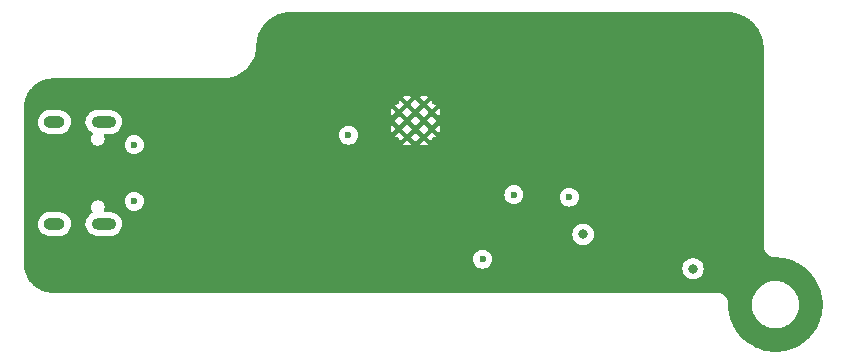
<source format=gbr>
%TF.GenerationSoftware,KiCad,Pcbnew,7.0.7*%
%TF.CreationDate,2023-08-31T19:54:10+02:00*%
%TF.ProjectId,ESPxRF,45535078-5246-42e6-9b69-6361645f7063,rev?*%
%TF.SameCoordinates,Original*%
%TF.FileFunction,Copper,L3,Inr*%
%TF.FilePolarity,Positive*%
%FSLAX46Y46*%
G04 Gerber Fmt 4.6, Leading zero omitted, Abs format (unit mm)*
G04 Created by KiCad (PCBNEW 7.0.7) date 2023-08-31 19:54:10*
%MOMM*%
%LPD*%
G01*
G04 APERTURE LIST*
%TA.AperFunction,ComponentPad*%
%ADD10C,0.400000*%
%TD*%
%TA.AperFunction,ComponentPad*%
%ADD11O,2.100000X1.000000*%
%TD*%
%TA.AperFunction,ComponentPad*%
%ADD12O,1.800000X1.000000*%
%TD*%
%TA.AperFunction,ViaPad*%
%ADD13C,0.600000*%
%TD*%
%TA.AperFunction,ViaPad*%
%ADD14C,0.800000*%
%TD*%
G04 APERTURE END LIST*
D10*
%TO.N,GND*%
%TO.C,U4*%
X119465000Y-67720000D03*
X118065000Y-67720000D03*
X120865000Y-67720000D03*
X118065000Y-69120000D03*
X119465000Y-69120000D03*
X120865000Y-69120000D03*
X118765000Y-67020000D03*
X120165000Y-67020000D03*
X118765000Y-68420000D03*
X120165000Y-68420000D03*
X118765000Y-69820000D03*
X120165000Y-69820000D03*
%TD*%
D11*
%TO.N,unconnected-(J1-SHIELD-PadS1)*%
%TO.C,J1*%
X93080000Y-68540000D03*
D12*
X88900000Y-68540000D03*
D11*
X93080000Y-77180000D03*
D12*
X88900000Y-77180000D03*
%TD*%
D13*
%TO.N,CSN*%
X125150000Y-80150000D03*
X113800000Y-69650000D03*
%TO.N,+3V3*%
X127800000Y-74700000D03*
X132500000Y-74900000D03*
D14*
X133665000Y-78060001D03*
X142965000Y-80960000D03*
%TO.N,GND*%
X109765000Y-69535000D03*
X133800000Y-65000000D03*
X140696250Y-65912500D03*
X94800000Y-69400000D03*
X143096250Y-67112500D03*
X133800000Y-69000000D03*
D13*
X98765000Y-73410000D03*
D14*
X133800000Y-63000000D03*
X131800000Y-61000000D03*
X138465000Y-73860000D03*
D13*
X133965001Y-74960000D03*
D14*
X133965000Y-73860000D03*
X125150000Y-62650000D03*
X144100000Y-61426250D03*
X147200000Y-69200000D03*
X127650000Y-72650000D03*
D13*
X140365000Y-77060000D03*
D14*
X135100000Y-79500000D03*
X133800000Y-67000000D03*
X125100000Y-70150000D03*
X131800000Y-65000000D03*
X88900000Y-74500000D03*
X135800000Y-65000000D03*
X137800000Y-69000000D03*
X95650000Y-76900000D03*
X146765000Y-73560000D03*
X137800000Y-67000000D03*
X102870000Y-67310000D03*
X137800000Y-65000000D03*
X122650000Y-65150000D03*
X135800000Y-67000000D03*
X133800000Y-71000000D03*
D13*
X139527500Y-77060000D03*
D14*
X131800000Y-67000000D03*
X120915000Y-60760000D03*
X106365000Y-69572500D03*
X135000000Y-61426250D03*
X122650000Y-62650000D03*
X122650000Y-67650000D03*
X105065000Y-69460000D03*
X145200000Y-71200000D03*
X137565000Y-79060000D03*
X125100000Y-65150000D03*
D13*
X138765000Y-77060000D03*
D14*
X133665001Y-76260000D03*
X124815000Y-60760000D03*
X145200000Y-67200000D03*
X99265000Y-69472500D03*
X127650000Y-67650000D03*
X106900000Y-62300000D03*
X107965000Y-69535000D03*
X133800000Y-61000000D03*
X147200000Y-65200000D03*
X147200000Y-67200000D03*
X127650000Y-65150000D03*
X146465000Y-77960000D03*
X127650000Y-70150000D03*
X122650000Y-70150000D03*
X147665000Y-76460000D03*
X122650000Y-72650000D03*
X125150000Y-72650000D03*
X147200000Y-61200000D03*
X147665000Y-74660001D03*
X131800000Y-63000000D03*
X135800000Y-71000000D03*
X147200000Y-63200000D03*
X125150000Y-67650000D03*
X131800000Y-69000000D03*
X128215000Y-60760000D03*
X117215000Y-60760000D03*
X88900000Y-71200000D03*
X131800000Y-71000000D03*
X135800000Y-69000000D03*
X115600000Y-74600000D03*
X88900000Y-72850000D03*
X145200000Y-65200000D03*
X145200000Y-63200000D03*
X137800000Y-71000000D03*
X147200000Y-71200000D03*
X145200000Y-61200000D03*
X145200000Y-69200000D03*
X143065000Y-77560000D03*
X143200000Y-65200000D03*
X127650000Y-62650000D03*
X113915000Y-60760000D03*
D13*
%TO.N,Net-(F1-Pad1)*%
X95665000Y-75260000D03*
X95665000Y-70460000D03*
%TD*%
%TA.AperFunction,Conductor*%
%TO.N,GND*%
G36*
X145951619Y-59250584D02*
G01*
X146083628Y-59257503D01*
X146267027Y-59267803D01*
X146273212Y-59268465D01*
X146425647Y-59292608D01*
X146588194Y-59320226D01*
X146593811Y-59321453D01*
X146746693Y-59362418D01*
X146839122Y-59389046D01*
X146901724Y-59407082D01*
X146906759Y-59408769D01*
X147056183Y-59466127D01*
X147204007Y-59527358D01*
X147208412Y-59529388D01*
X147274180Y-59562899D01*
X147351921Y-59602511D01*
X147427428Y-59644241D01*
X147491480Y-59679641D01*
X147495215Y-59681882D01*
X147569487Y-59730115D01*
X147630872Y-59769980D01*
X147680894Y-59805472D01*
X147760764Y-59862142D01*
X147763886Y-59864510D01*
X147888748Y-59965621D01*
X147891034Y-59967567D01*
X148008721Y-60072738D01*
X148011248Y-60075128D01*
X148124870Y-60188750D01*
X148127260Y-60191277D01*
X148232431Y-60308964D01*
X148234385Y-60311260D01*
X148335480Y-60436102D01*
X148337862Y-60439243D01*
X148430019Y-60569127D01*
X148483758Y-60651875D01*
X148518106Y-60704767D01*
X148520364Y-60708531D01*
X148597488Y-60848078D01*
X148670604Y-60991575D01*
X148672643Y-60995997D01*
X148733877Y-61143829D01*
X148791221Y-61293217D01*
X148792916Y-61298273D01*
X148837579Y-61453297D01*
X148878541Y-61606171D01*
X148879778Y-61611835D01*
X148907394Y-61774369D01*
X148931530Y-61926758D01*
X148932196Y-61932985D01*
X148942509Y-62116617D01*
X148949415Y-62248377D01*
X148949500Y-62251623D01*
X148949500Y-78932902D01*
X148944926Y-78948479D01*
X148949201Y-78991888D01*
X148949500Y-78997968D01*
X148949500Y-79087536D01*
X148960628Y-79150646D01*
X148959311Y-79162448D01*
X148966343Y-79185629D01*
X148968072Y-79192866D01*
X148979899Y-79259940D01*
X149008162Y-79337592D01*
X149008991Y-79350639D01*
X149017128Y-79365862D01*
X149024292Y-79381905D01*
X149039776Y-79424448D01*
X149039777Y-79424449D01*
X149088578Y-79508974D01*
X149092055Y-79523309D01*
X149101792Y-79535173D01*
X149113326Y-79551838D01*
X149127307Y-79576053D01*
X149130414Y-79580491D01*
X149130038Y-79580754D01*
X149139371Y-79594560D01*
X149141254Y-79598082D01*
X149159702Y-79614661D01*
X149198914Y-79661393D01*
X149205484Y-79676406D01*
X149215928Y-79684977D01*
X149232254Y-79701126D01*
X149239837Y-79710163D01*
X149248872Y-79717744D01*
X149265020Y-79734070D01*
X149269146Y-79739098D01*
X149288606Y-79751085D01*
X149335337Y-79790297D01*
X149345234Y-79805172D01*
X149355438Y-79810627D01*
X149369245Y-79819961D01*
X149369509Y-79819586D01*
X149373945Y-79822692D01*
X149398163Y-79836675D01*
X149414824Y-79848206D01*
X149421770Y-79853906D01*
X149441025Y-79861421D01*
X149525547Y-79910221D01*
X149525551Y-79910222D01*
X149525555Y-79910225D01*
X149568103Y-79925711D01*
X149584143Y-79932874D01*
X149594334Y-79938321D01*
X149612407Y-79941836D01*
X149690062Y-79970101D01*
X149757145Y-79981929D01*
X149764379Y-79983657D01*
X149782543Y-79989167D01*
X149799350Y-79989370D01*
X149862468Y-80000500D01*
X149948465Y-80000500D01*
X149951497Y-80000574D01*
X149954496Y-80000720D01*
X149958648Y-80000924D01*
X149961670Y-80001147D01*
X150010120Y-80005919D01*
X150022858Y-80004079D01*
X150196805Y-80012624D01*
X150338979Y-80019610D01*
X150345026Y-80020204D01*
X150634654Y-80063166D01*
X150730466Y-80077686D01*
X150736205Y-80078837D01*
X150940111Y-80129913D01*
X150984987Y-80141154D01*
X151115082Y-80174464D01*
X151120594Y-80176152D01*
X151347188Y-80257229D01*
X151488221Y-80308857D01*
X151493399Y-80311024D01*
X151703120Y-80410215D01*
X151814968Y-80464408D01*
X151846177Y-80479530D01*
X151851018Y-80482146D01*
X152045195Y-80598531D01*
X152090346Y-80626304D01*
X152185473Y-80684819D01*
X152189925Y-80687830D01*
X152368689Y-80820410D01*
X152502743Y-80922681D01*
X152506764Y-80926026D01*
X152669673Y-81073677D01*
X152794892Y-81190794D01*
X152798451Y-81194409D01*
X152944758Y-81355835D01*
X153059004Y-81486473D01*
X153062133Y-81490356D01*
X153190949Y-81664044D01*
X153292551Y-81806878D01*
X153295210Y-81810943D01*
X153405718Y-81995316D01*
X153493197Y-82148803D01*
X153495380Y-82152996D01*
X153586862Y-82346419D01*
X153658990Y-82508906D01*
X153660698Y-82513175D01*
X153732508Y-82713870D01*
X153788292Y-82883620D01*
X153789533Y-82887913D01*
X153841170Y-83094061D01*
X153879849Y-83269303D01*
X153880635Y-83273570D01*
X153911740Y-83483256D01*
X153932755Y-83662104D01*
X153933104Y-83666298D01*
X153943487Y-83877611D01*
X153946504Y-84058219D01*
X153946438Y-84062298D01*
X153936076Y-84273244D01*
X153920963Y-84453708D01*
X153920508Y-84457631D01*
X153889558Y-84666282D01*
X153856383Y-84844719D01*
X153855569Y-84848451D01*
X153804373Y-85052843D01*
X153753408Y-85227392D01*
X153752268Y-85230903D01*
X153681340Y-85429134D01*
X153613064Y-85597942D01*
X153611634Y-85601204D01*
X153521653Y-85791454D01*
X153436720Y-85952776D01*
X153435037Y-85955767D01*
X153327598Y-86135016D01*
X153326114Y-86137371D01*
X153226137Y-86288362D01*
X153224241Y-86291066D01*
X153099780Y-86458882D01*
X153097989Y-86461182D01*
X152983365Y-86601446D01*
X152981295Y-86603851D01*
X152841037Y-86758603D01*
X152838938Y-86760807D01*
X152710807Y-86888938D01*
X152708603Y-86891037D01*
X152553851Y-87031295D01*
X152551446Y-87033365D01*
X152411182Y-87147989D01*
X152408882Y-87149780D01*
X152241066Y-87274241D01*
X152238362Y-87276137D01*
X152087371Y-87376114D01*
X152085016Y-87377598D01*
X151905767Y-87485037D01*
X151902776Y-87486720D01*
X151741454Y-87571653D01*
X151551204Y-87661634D01*
X151547942Y-87663064D01*
X151379134Y-87731340D01*
X151180903Y-87802268D01*
X151177392Y-87803408D01*
X151002843Y-87854373D01*
X150798451Y-87905569D01*
X150794719Y-87906383D01*
X150616282Y-87939558D01*
X150407631Y-87970508D01*
X150403711Y-87970962D01*
X150341158Y-87976201D01*
X150223244Y-87986076D01*
X150012298Y-87996438D01*
X150008219Y-87996504D01*
X149827611Y-87993487D01*
X149616298Y-87983104D01*
X149612104Y-87982755D01*
X149433256Y-87961740D01*
X149223570Y-87930635D01*
X149219303Y-87929849D01*
X149044061Y-87891170D01*
X148837913Y-87839533D01*
X148833620Y-87838292D01*
X148663870Y-87782508D01*
X148463175Y-87710698D01*
X148458906Y-87708990D01*
X148296419Y-87636862D01*
X148102996Y-87545380D01*
X148098803Y-87543197D01*
X147945316Y-87455718D01*
X147760943Y-87345210D01*
X147756878Y-87342551D01*
X147614044Y-87240949D01*
X147440356Y-87112133D01*
X147436479Y-87109009D01*
X147305835Y-86994758D01*
X147144409Y-86848451D01*
X147140794Y-86844892D01*
X147023677Y-86719673D01*
X146876026Y-86556764D01*
X146872681Y-86552743D01*
X146770410Y-86418689D01*
X146637830Y-86239925D01*
X146634819Y-86235473D01*
X146573026Y-86135016D01*
X146548531Y-86095195D01*
X146432146Y-85901018D01*
X146429530Y-85896177D01*
X146394736Y-85824367D01*
X146360215Y-85753120D01*
X146261024Y-85543399D01*
X146258857Y-85538221D01*
X146207229Y-85397188D01*
X146126152Y-85170594D01*
X146124464Y-85165082D01*
X146091154Y-85034987D01*
X146040599Y-84833161D01*
X146028837Y-84786205D01*
X146027686Y-84780466D01*
X146013166Y-84684654D01*
X145970204Y-84395026D01*
X145969610Y-84388979D01*
X145955995Y-84111853D01*
X145954079Y-84072859D01*
X145956276Y-84063744D01*
X145951147Y-84011669D01*
X145950924Y-84008645D01*
X145950744Y-84004983D01*
X145950574Y-84001495D01*
X145950538Y-84000000D01*
X147944390Y-84000000D01*
X147951745Y-84102844D01*
X147952390Y-84111853D01*
X147952548Y-84116277D01*
X147952548Y-84142861D01*
X147956331Y-84169172D01*
X147956804Y-84173574D01*
X147964804Y-84285428D01*
X147964805Y-84285435D01*
X147988637Y-84394988D01*
X147989423Y-84399346D01*
X147993206Y-84425666D01*
X148000698Y-84451181D01*
X148001793Y-84455471D01*
X148025630Y-84565046D01*
X148025631Y-84565048D01*
X148064819Y-84670118D01*
X148066217Y-84674317D01*
X148073705Y-84699816D01*
X148084746Y-84723994D01*
X148086440Y-84728084D01*
X148125632Y-84833159D01*
X148125635Y-84833166D01*
X148179363Y-84931561D01*
X148181345Y-84935521D01*
X148192394Y-84959717D01*
X148206772Y-84982088D01*
X148209031Y-84985895D01*
X148245589Y-85052843D01*
X148262774Y-85084315D01*
X148323235Y-85165082D01*
X148329976Y-85174086D01*
X148332498Y-85177719D01*
X148346873Y-85200086D01*
X148357493Y-85212343D01*
X148364284Y-85220180D01*
X148367055Y-85223619D01*
X148434261Y-85313395D01*
X148513552Y-85392686D01*
X148516562Y-85395919D01*
X148533978Y-85416018D01*
X148554078Y-85433435D01*
X148557304Y-85436438D01*
X148636605Y-85515739D01*
X148726404Y-85582961D01*
X148729815Y-85585711D01*
X148749911Y-85603126D01*
X148767905Y-85614689D01*
X148772266Y-85617492D01*
X148772276Y-85617498D01*
X148775914Y-85620024D01*
X148865682Y-85687224D01*
X148865690Y-85687229D01*
X148964102Y-85740966D01*
X148967910Y-85743225D01*
X148990286Y-85757606D01*
X149014479Y-85768654D01*
X149018431Y-85770632D01*
X149116839Y-85824367D01*
X149221914Y-85863558D01*
X149225993Y-85865247D01*
X149250179Y-85876293D01*
X149275691Y-85883784D01*
X149279872Y-85885175D01*
X149384954Y-85924369D01*
X149494554Y-85948211D01*
X149498788Y-85949291D01*
X149524326Y-85956790D01*
X149524331Y-85956790D01*
X149524339Y-85956793D01*
X149550655Y-85960576D01*
X149554982Y-85961356D01*
X149664572Y-85985196D01*
X149776450Y-85993197D01*
X149780795Y-85993664D01*
X149807139Y-85997452D01*
X149807146Y-85997452D01*
X149833721Y-85997452D01*
X149838143Y-85997609D01*
X149887344Y-86001128D01*
X149949999Y-86005610D01*
X149950000Y-86005610D01*
X149950001Y-86005610D01*
X150012655Y-86001128D01*
X150061856Y-85997609D01*
X150066279Y-85997452D01*
X150092854Y-85997452D01*
X150092861Y-85997452D01*
X150119219Y-85993662D01*
X150123516Y-85993200D01*
X150235428Y-85985196D01*
X150345012Y-85961357D01*
X150349345Y-85960576D01*
X150375671Y-85956791D01*
X150401189Y-85949298D01*
X150405438Y-85948212D01*
X150515046Y-85924369D01*
X150620124Y-85885177D01*
X150624291Y-85883789D01*
X150649821Y-85876293D01*
X150674020Y-85865241D01*
X150678056Y-85863569D01*
X150783161Y-85824367D01*
X150881568Y-85770632D01*
X150885514Y-85768657D01*
X150909708Y-85757608D01*
X150909716Y-85757602D01*
X150909722Y-85757600D01*
X150932104Y-85743215D01*
X150935872Y-85740979D01*
X151034315Y-85687226D01*
X151124120Y-85619998D01*
X151127697Y-85617515D01*
X151150086Y-85603127D01*
X151170208Y-85585690D01*
X151173591Y-85582965D01*
X151263395Y-85515739D01*
X151342689Y-85436444D01*
X151345913Y-85433442D01*
X151366020Y-85416020D01*
X151383445Y-85395909D01*
X151386433Y-85392700D01*
X151465739Y-85313395D01*
X151532965Y-85223591D01*
X151535690Y-85220208D01*
X151553127Y-85200086D01*
X151567507Y-85177709D01*
X151570008Y-85174107D01*
X151637226Y-85084315D01*
X151690979Y-84985872D01*
X151693215Y-84982104D01*
X151707600Y-84959722D01*
X151707602Y-84959716D01*
X151707608Y-84959708D01*
X151718657Y-84935514D01*
X151720636Y-84931561D01*
X151774367Y-84833161D01*
X151813569Y-84728056D01*
X151815241Y-84724020D01*
X151826293Y-84699821D01*
X151833789Y-84674291D01*
X151835177Y-84670124D01*
X151838758Y-84660522D01*
X151874369Y-84565046D01*
X151898212Y-84455438D01*
X151899298Y-84451189D01*
X151906791Y-84425671D01*
X151910576Y-84399345D01*
X151911357Y-84395012D01*
X151935196Y-84285428D01*
X151943198Y-84173540D01*
X151943666Y-84169192D01*
X151947452Y-84142861D01*
X151948107Y-84106105D01*
X151948250Y-84102901D01*
X151955610Y-84000000D01*
X151948250Y-83897102D01*
X151948107Y-83893890D01*
X151947452Y-83857139D01*
X151943663Y-83830789D01*
X151943197Y-83826450D01*
X151935196Y-83714572D01*
X151911356Y-83604982D01*
X151910576Y-83600655D01*
X151906793Y-83574339D01*
X151906790Y-83574331D01*
X151906790Y-83574326D01*
X151899291Y-83548788D01*
X151898211Y-83544554D01*
X151874369Y-83434954D01*
X151835175Y-83329872D01*
X151833782Y-83325684D01*
X151826293Y-83300179D01*
X151815246Y-83275989D01*
X151813558Y-83271914D01*
X151799543Y-83234339D01*
X151774367Y-83166839D01*
X151720632Y-83068431D01*
X151718654Y-83064479D01*
X151707606Y-83040286D01*
X151693225Y-83017910D01*
X151690966Y-83014102D01*
X151637229Y-82915690D01*
X151637224Y-82915682D01*
X151570024Y-82825914D01*
X151567498Y-82822276D01*
X151553126Y-82799911D01*
X151535711Y-82779815D01*
X151532961Y-82776404D01*
X151465739Y-82686605D01*
X151386438Y-82607304D01*
X151383435Y-82604078D01*
X151382484Y-82602981D01*
X151366020Y-82583980D01*
X151345921Y-82566564D01*
X151342681Y-82563547D01*
X151263398Y-82484264D01*
X151263396Y-82484262D01*
X151263395Y-82484261D01*
X151173619Y-82417055D01*
X151170180Y-82414284D01*
X151157188Y-82403027D01*
X151150086Y-82396873D01*
X151127719Y-82382498D01*
X151124086Y-82379976D01*
X151034318Y-82312776D01*
X151034316Y-82312775D01*
X151034315Y-82312774D01*
X151014129Y-82301751D01*
X150935895Y-82259031D01*
X150932088Y-82256772D01*
X150909717Y-82242394D01*
X150885521Y-82231345D01*
X150881561Y-82229363D01*
X150783166Y-82175635D01*
X150783159Y-82175632D01*
X150678084Y-82136440D01*
X150673994Y-82134746D01*
X150659072Y-82127931D01*
X150649821Y-82123707D01*
X150649819Y-82123706D01*
X150649816Y-82123705D01*
X150624317Y-82116217D01*
X150620118Y-82114819D01*
X150515048Y-82075631D01*
X150515046Y-82075630D01*
X150405471Y-82051793D01*
X150401180Y-82050698D01*
X150394402Y-82048708D01*
X150375669Y-82043207D01*
X150349346Y-82039423D01*
X150344988Y-82038637D01*
X150235435Y-82014805D01*
X150235428Y-82014804D01*
X150123574Y-82006804D01*
X150119177Y-82006331D01*
X150092861Y-82002548D01*
X150066279Y-82002548D01*
X150061856Y-82002390D01*
X150012655Y-81998871D01*
X149950001Y-81994390D01*
X149949999Y-81994390D01*
X149887344Y-81998871D01*
X149838143Y-82002390D01*
X149833721Y-82002548D01*
X149807137Y-82002548D01*
X149780826Y-82006331D01*
X149776424Y-82006804D01*
X149664571Y-82014804D01*
X149664561Y-82014805D01*
X149555013Y-82038636D01*
X149550657Y-82039422D01*
X149524325Y-82043207D01*
X149498819Y-82050698D01*
X149494528Y-82051793D01*
X149384953Y-82075630D01*
X149384947Y-82075632D01*
X149279883Y-82114819D01*
X149275684Y-82116216D01*
X149250177Y-82123706D01*
X149225989Y-82134753D01*
X149221901Y-82136446D01*
X149116844Y-82175630D01*
X149116831Y-82175636D01*
X149018436Y-82229363D01*
X149014478Y-82231344D01*
X148990291Y-82242389D01*
X148967909Y-82256773D01*
X148964102Y-82259033D01*
X148865688Y-82312771D01*
X148775903Y-82379981D01*
X148772271Y-82382503D01*
X148749911Y-82396874D01*
X148742810Y-82403027D01*
X148729823Y-82414280D01*
X148726377Y-82417057D01*
X148636619Y-82484249D01*
X148636604Y-82484262D01*
X148557310Y-82563553D01*
X148554071Y-82566569D01*
X148533979Y-82583979D01*
X148516569Y-82604071D01*
X148513553Y-82607310D01*
X148434262Y-82686604D01*
X148434249Y-82686619D01*
X148367059Y-82776375D01*
X148364285Y-82779817D01*
X148359762Y-82785038D01*
X148346866Y-82799920D01*
X148332505Y-82822267D01*
X148329982Y-82825902D01*
X148262771Y-82915688D01*
X148209033Y-83014102D01*
X148206773Y-83017909D01*
X148192389Y-83040291D01*
X148181344Y-83064478D01*
X148179363Y-83068436D01*
X148125636Y-83166831D01*
X148125630Y-83166844D01*
X148086446Y-83271901D01*
X148084753Y-83275989D01*
X148073706Y-83300177D01*
X148066216Y-83325684D01*
X148064819Y-83329883D01*
X148025632Y-83434947D01*
X148025630Y-83434953D01*
X148001793Y-83544528D01*
X148000698Y-83548819D01*
X147993207Y-83574325D01*
X147989422Y-83600657D01*
X147988636Y-83605013D01*
X147964805Y-83714561D01*
X147964804Y-83714571D01*
X147956804Y-83826424D01*
X147956331Y-83830826D01*
X147952548Y-83857136D01*
X147952548Y-83883721D01*
X147952390Y-83888143D01*
X147944390Y-84000000D01*
X145950538Y-84000000D01*
X145950500Y-83998464D01*
X145950500Y-83912472D01*
X145950500Y-83912468D01*
X145939371Y-83849352D01*
X145940687Y-83837552D01*
X145933657Y-83814379D01*
X145931928Y-83807140D01*
X145920101Y-83740062D01*
X145891837Y-83662408D01*
X145891007Y-83649359D01*
X145882874Y-83634143D01*
X145875709Y-83618098D01*
X145860225Y-83575555D01*
X145860222Y-83575551D01*
X145860221Y-83575547D01*
X145811421Y-83491025D01*
X145807942Y-83476688D01*
X145798206Y-83464824D01*
X145786675Y-83448163D01*
X145772692Y-83423945D01*
X145769586Y-83419509D01*
X145769961Y-83419245D01*
X145760627Y-83405438D01*
X145758745Y-83401918D01*
X145740297Y-83385337D01*
X145701085Y-83338606D01*
X145694513Y-83323590D01*
X145684070Y-83315020D01*
X145667744Y-83298872D01*
X145660163Y-83289837D01*
X145651126Y-83282254D01*
X145634977Y-83265928D01*
X145630853Y-83260903D01*
X145611393Y-83248914D01*
X145564661Y-83209702D01*
X145554762Y-83194824D01*
X145544560Y-83189371D01*
X145530754Y-83180038D01*
X145530491Y-83180414D01*
X145526057Y-83177310D01*
X145526055Y-83177308D01*
X145507917Y-83166836D01*
X145501838Y-83163326D01*
X145485173Y-83151792D01*
X145478232Y-83146096D01*
X145458974Y-83138578D01*
X145374449Y-83089777D01*
X145374448Y-83089776D01*
X145366230Y-83086785D01*
X145331900Y-83074289D01*
X145315862Y-83067128D01*
X145305669Y-83061679D01*
X145287592Y-83058162D01*
X145209940Y-83029899D01*
X145142866Y-83018072D01*
X145135629Y-83016343D01*
X145117463Y-83010832D01*
X145100646Y-83010628D01*
X145037536Y-82999500D01*
X145037532Y-82999500D01*
X144950099Y-82999500D01*
X144947968Y-82999500D01*
X144941888Y-82999201D01*
X144905701Y-82995637D01*
X144882903Y-82999500D01*
X88801879Y-82999500D01*
X88798134Y-82999387D01*
X88701100Y-82993517D01*
X88493612Y-82979917D01*
X88486486Y-82979033D01*
X88350791Y-82954167D01*
X88285021Y-82941084D01*
X88184357Y-82921061D01*
X88178012Y-82919447D01*
X88144988Y-82909156D01*
X88038842Y-82876079D01*
X87884973Y-82823848D01*
X87879454Y-82821675D01*
X87743507Y-82760491D01*
X87600160Y-82689799D01*
X87595505Y-82687251D01*
X87467611Y-82609936D01*
X87465240Y-82608428D01*
X87334408Y-82521008D01*
X87330616Y-82518262D01*
X87212446Y-82425682D01*
X87209802Y-82423490D01*
X87091923Y-82320113D01*
X87088961Y-82317339D01*
X86982659Y-82211037D01*
X86979885Y-82208075D01*
X86876508Y-82090196D01*
X86874316Y-82087552D01*
X86781736Y-81969382D01*
X86778990Y-81965590D01*
X86691570Y-81834758D01*
X86690062Y-81832387D01*
X86636721Y-81744151D01*
X86612744Y-81704488D01*
X86610206Y-81699853D01*
X86539514Y-81556505D01*
X86478321Y-81420539D01*
X86476155Y-81415039D01*
X86423920Y-81261157D01*
X86418968Y-81245266D01*
X86380544Y-81121961D01*
X86378942Y-81115664D01*
X86347979Y-80960000D01*
X142059540Y-80960000D01*
X142079326Y-81148256D01*
X142079327Y-81148259D01*
X142137818Y-81328277D01*
X142137821Y-81328284D01*
X142232467Y-81492216D01*
X142264789Y-81528113D01*
X142359129Y-81632888D01*
X142512265Y-81744148D01*
X142512270Y-81744151D01*
X142685192Y-81821142D01*
X142685197Y-81821144D01*
X142870354Y-81860500D01*
X142870355Y-81860500D01*
X143059644Y-81860500D01*
X143059646Y-81860500D01*
X143244803Y-81821144D01*
X143417730Y-81744151D01*
X143570871Y-81632888D01*
X143697533Y-81492216D01*
X143792179Y-81328284D01*
X143850674Y-81148256D01*
X143870460Y-80960000D01*
X143850674Y-80771744D01*
X143792179Y-80591716D01*
X143697533Y-80427784D01*
X143570871Y-80287112D01*
X143570870Y-80287111D01*
X143417734Y-80175851D01*
X143417729Y-80175848D01*
X143244807Y-80098857D01*
X143244802Y-80098855D01*
X143076719Y-80063129D01*
X143059646Y-80059500D01*
X142870354Y-80059500D01*
X142853281Y-80063129D01*
X142685197Y-80098855D01*
X142685192Y-80098857D01*
X142512270Y-80175848D01*
X142512265Y-80175851D01*
X142359129Y-80287111D01*
X142232466Y-80427785D01*
X142137821Y-80591715D01*
X142137818Y-80591722D01*
X142106591Y-80687830D01*
X142079326Y-80771744D01*
X142059540Y-80960000D01*
X86347979Y-80960000D01*
X86345836Y-80949227D01*
X86320963Y-80813502D01*
X86320082Y-80806399D01*
X86306479Y-80598851D01*
X86306047Y-80591716D01*
X86300613Y-80501866D01*
X86300500Y-80498122D01*
X86300500Y-80150003D01*
X124344435Y-80150003D01*
X124364630Y-80329249D01*
X124364631Y-80329254D01*
X124424211Y-80499523D01*
X124503873Y-80626304D01*
X124520184Y-80652262D01*
X124647738Y-80779816D01*
X124800478Y-80875789D01*
X124893518Y-80908345D01*
X124970745Y-80935368D01*
X124970750Y-80935369D01*
X125149996Y-80955565D01*
X125150000Y-80955565D01*
X125150004Y-80955565D01*
X125329249Y-80935369D01*
X125329252Y-80935368D01*
X125329255Y-80935368D01*
X125499522Y-80875789D01*
X125652262Y-80779816D01*
X125779816Y-80652262D01*
X125875789Y-80499522D01*
X125935368Y-80329255D01*
X125937422Y-80311027D01*
X125955565Y-80150003D01*
X125955565Y-80149996D01*
X125935369Y-79970750D01*
X125935368Y-79970745D01*
X125879340Y-79810627D01*
X125875789Y-79800478D01*
X125779816Y-79647738D01*
X125652262Y-79520184D01*
X125499523Y-79424211D01*
X125329254Y-79364631D01*
X125329249Y-79364630D01*
X125150004Y-79344435D01*
X125149996Y-79344435D01*
X124970750Y-79364630D01*
X124970745Y-79364631D01*
X124800476Y-79424211D01*
X124647737Y-79520184D01*
X124520184Y-79647737D01*
X124424211Y-79800476D01*
X124364631Y-79970745D01*
X124364630Y-79970750D01*
X124344435Y-80149996D01*
X124344435Y-80150003D01*
X86300500Y-80150003D01*
X86300500Y-77230936D01*
X87495631Y-77230936D01*
X87526442Y-77432063D01*
X87526445Y-77432075D01*
X87597111Y-77622881D01*
X87597115Y-77622888D01*
X87704745Y-77795567D01*
X87704747Y-77795569D01*
X87704748Y-77795571D01*
X87844941Y-77943053D01*
X87973344Y-78032424D01*
X88011949Y-78059294D01*
X88011950Y-78059294D01*
X88011951Y-78059295D01*
X88198942Y-78139540D01*
X88398259Y-78180500D01*
X89350743Y-78180500D01*
X89502439Y-78165074D01*
X89696579Y-78104162D01*
X89696580Y-78104161D01*
X89696588Y-78104159D01*
X89874502Y-78005409D01*
X90028895Y-77872866D01*
X90153448Y-77711958D01*
X90243060Y-77529271D01*
X90294063Y-77332285D01*
X90299203Y-77230936D01*
X91525631Y-77230936D01*
X91556442Y-77432063D01*
X91556445Y-77432075D01*
X91627111Y-77622881D01*
X91627115Y-77622888D01*
X91734745Y-77795567D01*
X91734747Y-77795569D01*
X91734748Y-77795571D01*
X91874941Y-77943053D01*
X92003344Y-78032424D01*
X92041949Y-78059294D01*
X92041950Y-78059294D01*
X92041951Y-78059295D01*
X92228942Y-78139540D01*
X92428259Y-78180500D01*
X93680743Y-78180500D01*
X93832439Y-78165074D01*
X94026579Y-78104162D01*
X94026580Y-78104161D01*
X94026588Y-78104159D01*
X94106146Y-78060001D01*
X132759540Y-78060001D01*
X132779326Y-78248257D01*
X132779327Y-78248260D01*
X132837818Y-78428278D01*
X132837821Y-78428285D01*
X132932467Y-78592217D01*
X133059129Y-78732888D01*
X133059129Y-78732889D01*
X133212265Y-78844149D01*
X133212270Y-78844152D01*
X133385192Y-78921143D01*
X133385197Y-78921145D01*
X133570354Y-78960501D01*
X133570355Y-78960501D01*
X133759644Y-78960501D01*
X133759646Y-78960501D01*
X133944803Y-78921145D01*
X134117730Y-78844152D01*
X134270871Y-78732889D01*
X134397533Y-78592217D01*
X134492179Y-78428285D01*
X134550674Y-78248257D01*
X134570460Y-78060001D01*
X134550674Y-77871745D01*
X134492179Y-77691717D01*
X134397533Y-77527785D01*
X134270871Y-77387113D01*
X134270870Y-77387112D01*
X134117734Y-77275852D01*
X134117729Y-77275849D01*
X133944807Y-77198858D01*
X133944802Y-77198856D01*
X133799001Y-77167866D01*
X133759646Y-77159501D01*
X133570354Y-77159501D01*
X133537897Y-77166399D01*
X133385197Y-77198856D01*
X133385192Y-77198858D01*
X133212270Y-77275849D01*
X133212265Y-77275852D01*
X133059129Y-77387112D01*
X132932466Y-77527786D01*
X132837821Y-77691716D01*
X132837818Y-77691723D01*
X132804076Y-77795572D01*
X132779326Y-77871745D01*
X132759540Y-78060001D01*
X94106146Y-78060001D01*
X94204502Y-78005409D01*
X94358895Y-77872866D01*
X94483448Y-77711958D01*
X94573060Y-77529271D01*
X94624063Y-77332285D01*
X94634369Y-77129064D01*
X94603556Y-76927929D01*
X94532886Y-76737113D01*
X94425252Y-76564429D01*
X94285059Y-76416947D01*
X94186587Y-76348409D01*
X94118050Y-76300705D01*
X93931056Y-76220459D01*
X93731741Y-76179500D01*
X93210591Y-76179500D01*
X93143552Y-76159815D01*
X93097797Y-76107011D01*
X93087853Y-76037853D01*
X93096030Y-76008047D01*
X93097879Y-76003580D01*
X93140687Y-75900236D01*
X93160466Y-75750000D01*
X93140687Y-75599764D01*
X93082698Y-75459767D01*
X92990451Y-75339549D01*
X92886785Y-75260003D01*
X94859435Y-75260003D01*
X94879630Y-75439249D01*
X94879631Y-75439254D01*
X94939211Y-75609523D01*
X94949432Y-75625789D01*
X95035184Y-75762262D01*
X95162738Y-75889816D01*
X95315478Y-75985789D01*
X95471070Y-76040233D01*
X95485745Y-76045368D01*
X95485750Y-76045369D01*
X95664996Y-76065565D01*
X95665000Y-76065565D01*
X95665004Y-76065565D01*
X95844249Y-76045369D01*
X95844252Y-76045368D01*
X95844255Y-76045368D01*
X96014522Y-75985789D01*
X96167262Y-75889816D01*
X96294816Y-75762262D01*
X96390789Y-75609522D01*
X96450368Y-75439255D01*
X96450369Y-75439249D01*
X96470565Y-75260003D01*
X96470565Y-75259996D01*
X96450369Y-75080750D01*
X96450368Y-75080745D01*
X96390788Y-74910476D01*
X96294815Y-74757737D01*
X96237081Y-74700003D01*
X126994435Y-74700003D01*
X127014630Y-74879249D01*
X127014631Y-74879254D01*
X127074211Y-75049523D01*
X127152740Y-75174500D01*
X127170184Y-75202262D01*
X127297738Y-75329816D01*
X127450478Y-75425789D01*
X127488959Y-75439254D01*
X127620745Y-75485368D01*
X127620750Y-75485369D01*
X127799996Y-75505565D01*
X127800000Y-75505565D01*
X127800004Y-75505565D01*
X127979249Y-75485369D01*
X127979252Y-75485368D01*
X127979255Y-75485368D01*
X128149522Y-75425789D01*
X128302262Y-75329816D01*
X128429816Y-75202262D01*
X128525789Y-75049522D01*
X128578108Y-74900003D01*
X131694435Y-74900003D01*
X131714630Y-75079249D01*
X131714631Y-75079254D01*
X131774211Y-75249523D01*
X131824662Y-75329815D01*
X131870184Y-75402262D01*
X131997738Y-75529816D01*
X132150478Y-75625789D01*
X132320745Y-75685368D01*
X132320750Y-75685369D01*
X132499996Y-75705565D01*
X132500000Y-75705565D01*
X132500004Y-75705565D01*
X132679249Y-75685369D01*
X132679252Y-75685368D01*
X132679255Y-75685368D01*
X132849522Y-75625789D01*
X133002262Y-75529816D01*
X133129816Y-75402262D01*
X133225789Y-75249522D01*
X133285368Y-75079255D01*
X133288718Y-75049522D01*
X133305565Y-74900003D01*
X133305565Y-74899996D01*
X133285369Y-74720750D01*
X133285368Y-74720745D01*
X133225788Y-74550476D01*
X133129815Y-74397737D01*
X133002262Y-74270184D01*
X132849523Y-74174211D01*
X132679254Y-74114631D01*
X132679249Y-74114630D01*
X132500004Y-74094435D01*
X132499996Y-74094435D01*
X132320750Y-74114630D01*
X132320745Y-74114631D01*
X132150476Y-74174211D01*
X131997737Y-74270184D01*
X131870184Y-74397737D01*
X131774211Y-74550476D01*
X131714631Y-74720745D01*
X131714630Y-74720750D01*
X131694435Y-74899996D01*
X131694435Y-74900003D01*
X128578108Y-74900003D01*
X128585368Y-74879255D01*
X128605565Y-74700000D01*
X128588718Y-74550478D01*
X128585369Y-74520750D01*
X128585368Y-74520745D01*
X128542326Y-74397738D01*
X128525789Y-74350478D01*
X128429816Y-74197738D01*
X128302262Y-74070184D01*
X128149523Y-73974211D01*
X127979254Y-73914631D01*
X127979249Y-73914630D01*
X127800004Y-73894435D01*
X127799996Y-73894435D01*
X127620750Y-73914630D01*
X127620745Y-73914631D01*
X127450476Y-73974211D01*
X127297737Y-74070184D01*
X127170184Y-74197737D01*
X127074211Y-74350476D01*
X127014631Y-74520745D01*
X127014630Y-74520750D01*
X126994435Y-74699996D01*
X126994435Y-74700003D01*
X96237081Y-74700003D01*
X96167262Y-74630184D01*
X96014523Y-74534211D01*
X95844254Y-74474631D01*
X95844249Y-74474630D01*
X95665004Y-74454435D01*
X95664996Y-74454435D01*
X95485750Y-74474630D01*
X95485745Y-74474631D01*
X95315476Y-74534211D01*
X95162737Y-74630184D01*
X95035184Y-74757737D01*
X94939211Y-74910476D01*
X94879631Y-75080745D01*
X94879630Y-75080750D01*
X94859435Y-75259996D01*
X94859435Y-75260003D01*
X92886785Y-75260003D01*
X92870233Y-75247302D01*
X92870229Y-75247300D01*
X92761497Y-75202262D01*
X92730236Y-75189313D01*
X92716171Y-75187461D01*
X92617727Y-75174500D01*
X92617720Y-75174500D01*
X92542280Y-75174500D01*
X92542272Y-75174500D01*
X92429764Y-75189313D01*
X92429763Y-75189313D01*
X92289770Y-75247300D01*
X92289767Y-75247301D01*
X92289767Y-75247302D01*
X92169549Y-75339549D01*
X92093042Y-75439255D01*
X92077300Y-75459770D01*
X92019313Y-75599763D01*
X92019312Y-75599765D01*
X91999534Y-75749999D01*
X91999534Y-75750000D01*
X92019312Y-75900234D01*
X92019313Y-75900236D01*
X92077300Y-76040230D01*
X92077302Y-76040234D01*
X92122530Y-76099175D01*
X92147725Y-76164344D01*
X92133687Y-76232789D01*
X92084873Y-76282779D01*
X92084333Y-76283081D01*
X91955496Y-76354591D01*
X91955495Y-76354592D01*
X91801106Y-76487132D01*
X91801104Y-76487134D01*
X91676554Y-76648037D01*
X91676553Y-76648040D01*
X91586940Y-76830728D01*
X91535937Y-77027714D01*
X91525631Y-77230936D01*
X90299203Y-77230936D01*
X90304369Y-77129064D01*
X90273556Y-76927929D01*
X90202886Y-76737113D01*
X90095252Y-76564429D01*
X89955059Y-76416947D01*
X89856587Y-76348409D01*
X89788050Y-76300705D01*
X89601056Y-76220459D01*
X89401741Y-76179500D01*
X88449258Y-76179500D01*
X88449257Y-76179500D01*
X88297560Y-76194925D01*
X88103420Y-76255837D01*
X88103405Y-76255844D01*
X87925500Y-76354589D01*
X87925495Y-76354592D01*
X87771106Y-76487132D01*
X87771104Y-76487134D01*
X87646554Y-76648037D01*
X87646553Y-76648040D01*
X87556940Y-76830728D01*
X87505937Y-77027714D01*
X87495631Y-77230936D01*
X86300500Y-77230936D01*
X86300500Y-68590936D01*
X87495631Y-68590936D01*
X87526442Y-68792063D01*
X87526445Y-68792075D01*
X87597111Y-68982881D01*
X87597113Y-68982884D01*
X87597114Y-68982887D01*
X87604269Y-68994366D01*
X87704745Y-69155567D01*
X87704747Y-69155569D01*
X87704748Y-69155571D01*
X87844941Y-69303053D01*
X87973344Y-69392424D01*
X88011949Y-69419294D01*
X88011950Y-69419294D01*
X88011951Y-69419295D01*
X88198942Y-69499540D01*
X88398259Y-69540500D01*
X89350743Y-69540500D01*
X89502439Y-69525074D01*
X89696579Y-69464162D01*
X89696580Y-69464161D01*
X89696588Y-69464159D01*
X89874502Y-69365409D01*
X90028895Y-69232866D01*
X90153448Y-69071958D01*
X90243060Y-68889271D01*
X90294063Y-68692285D01*
X90299203Y-68590936D01*
X91525631Y-68590936D01*
X91556442Y-68792063D01*
X91556445Y-68792075D01*
X91627111Y-68982881D01*
X91627113Y-68982884D01*
X91627114Y-68982887D01*
X91634269Y-68994366D01*
X91734745Y-69155567D01*
X91734747Y-69155569D01*
X91734748Y-69155571D01*
X91874941Y-69303053D01*
X92041951Y-69419295D01*
X92072329Y-69432331D01*
X92126173Y-69476857D01*
X92147396Y-69543426D01*
X92129261Y-69610901D01*
X92121806Y-69621767D01*
X92077301Y-69679767D01*
X92077300Y-69679769D01*
X92019313Y-69819763D01*
X92019312Y-69819765D01*
X91999534Y-69969999D01*
X91999534Y-69970000D01*
X92019312Y-70120234D01*
X92019313Y-70120236D01*
X92033383Y-70154205D01*
X92077302Y-70260233D01*
X92169549Y-70380451D01*
X92289767Y-70472698D01*
X92429764Y-70530687D01*
X92542280Y-70545500D01*
X92542287Y-70545500D01*
X92617713Y-70545500D01*
X92617720Y-70545500D01*
X92730236Y-70530687D01*
X92870233Y-70472698D01*
X92886777Y-70460003D01*
X94859435Y-70460003D01*
X94879630Y-70639249D01*
X94879631Y-70639254D01*
X94939211Y-70809523D01*
X95035184Y-70962262D01*
X95162738Y-71089816D01*
X95315478Y-71185789D01*
X95485745Y-71245367D01*
X95485745Y-71245368D01*
X95485750Y-71245369D01*
X95664996Y-71265565D01*
X95665000Y-71265565D01*
X95665004Y-71265565D01*
X95844249Y-71245369D01*
X95844252Y-71245368D01*
X95844255Y-71245368D01*
X96014522Y-71185789D01*
X96167262Y-71089816D01*
X96294816Y-70962262D01*
X96390789Y-70809522D01*
X96450368Y-70639255D01*
X96468389Y-70479317D01*
X96470565Y-70460003D01*
X96470565Y-70459996D01*
X96450369Y-70280750D01*
X96450368Y-70280745D01*
X96403811Y-70147694D01*
X96390789Y-70110478D01*
X96294816Y-69957738D01*
X96167262Y-69830184D01*
X96150677Y-69819763D01*
X96014523Y-69734211D01*
X95844254Y-69674631D01*
X95844249Y-69674630D01*
X95665004Y-69654435D01*
X95664996Y-69654435D01*
X95485750Y-69674630D01*
X95485745Y-69674631D01*
X95315476Y-69734211D01*
X95162737Y-69830184D01*
X95035184Y-69957737D01*
X94939211Y-70110476D01*
X94879631Y-70280745D01*
X94879630Y-70280750D01*
X94859435Y-70459996D01*
X94859435Y-70460003D01*
X92886777Y-70460003D01*
X92990451Y-70380451D01*
X93082698Y-70260233D01*
X93140687Y-70120236D01*
X93160466Y-69970000D01*
X93140687Y-69819764D01*
X93099098Y-69719360D01*
X93096030Y-69711953D01*
X93089370Y-69650003D01*
X112994435Y-69650003D01*
X113014630Y-69829249D01*
X113014631Y-69829254D01*
X113074211Y-69999523D01*
X113135834Y-70097595D01*
X113170184Y-70152262D01*
X113297738Y-70279816D01*
X113450478Y-70375789D01*
X113620744Y-70435367D01*
X113620745Y-70435368D01*
X113620750Y-70435369D01*
X113799996Y-70455565D01*
X113800000Y-70455565D01*
X113800004Y-70455565D01*
X113975424Y-70435800D01*
X118432039Y-70435800D01*
X118514951Y-70479317D01*
X118680006Y-70520000D01*
X118849994Y-70520000D01*
X119015046Y-70479317D01*
X119097959Y-70435800D01*
X119832039Y-70435800D01*
X119914951Y-70479317D01*
X120080006Y-70520000D01*
X120249994Y-70520000D01*
X120415046Y-70479317D01*
X120497959Y-70435800D01*
X120173965Y-70111806D01*
X120166205Y-70097595D01*
X120156035Y-70111806D01*
X119832039Y-70435800D01*
X119097959Y-70435800D01*
X118773965Y-70111806D01*
X118766205Y-70097595D01*
X118756035Y-70111806D01*
X118432039Y-70435800D01*
X113975424Y-70435800D01*
X113979249Y-70435369D01*
X113979252Y-70435368D01*
X113979255Y-70435368D01*
X114149522Y-70375789D01*
X114302262Y-70279816D01*
X114429816Y-70152262D01*
X114525789Y-69999522D01*
X114585368Y-69829255D01*
X114585369Y-69829249D01*
X114595898Y-69735800D01*
X117732039Y-69735800D01*
X117814952Y-69779317D01*
X117979218Y-69819806D01*
X118039599Y-69854963D01*
X118071387Y-69917182D01*
X118072639Y-69925256D01*
X118080348Y-69988748D01*
X118080349Y-69988751D01*
X118140629Y-70147694D01*
X118146278Y-70155878D01*
X118471722Y-69830432D01*
X118490619Y-69820112D01*
X118490498Y-69820048D01*
X118626939Y-69820048D01*
X118658671Y-69843802D01*
X118659722Y-69845228D01*
X118703195Y-69905063D01*
X118703196Y-69905064D01*
X118703197Y-69905065D01*
X118706672Y-69906194D01*
X118764348Y-69945632D01*
X118767031Y-69951981D01*
X118787336Y-69924858D01*
X118823328Y-69906194D01*
X118826803Y-69905065D01*
X118865000Y-69852492D01*
X118865000Y-69852490D01*
X118870275Y-69845230D01*
X118903058Y-69819949D01*
X118902971Y-69819884D01*
X119039378Y-69819884D01*
X119057013Y-69829189D01*
X119058275Y-69830433D01*
X119383720Y-70155879D01*
X119402140Y-70154205D01*
X119417233Y-70141976D01*
X119486682Y-70134319D01*
X119526416Y-70154074D01*
X119546278Y-70155879D01*
X119871724Y-69830433D01*
X119890620Y-69820114D01*
X119890497Y-69820049D01*
X120026940Y-69820049D01*
X120058672Y-69843803D01*
X120059723Y-69845229D01*
X120103195Y-69905063D01*
X120103196Y-69905064D01*
X120103197Y-69905065D01*
X120106672Y-69906194D01*
X120164348Y-69945632D01*
X120167031Y-69951981D01*
X120187336Y-69924858D01*
X120223328Y-69906194D01*
X120226803Y-69905065D01*
X120265000Y-69852492D01*
X120265000Y-69852491D01*
X120270277Y-69845229D01*
X120303059Y-69819949D01*
X120302971Y-69819883D01*
X120439377Y-69819883D01*
X120457015Y-69829190D01*
X120458276Y-69830433D01*
X120783720Y-70155879D01*
X120783720Y-70155878D01*
X120789369Y-70147696D01*
X120849650Y-69988751D01*
X120849651Y-69988747D01*
X120857360Y-69925258D01*
X120884981Y-69861080D01*
X120942915Y-69822022D01*
X120950781Y-69819806D01*
X121115045Y-69779318D01*
X121197959Y-69735800D01*
X120873964Y-69411806D01*
X120866204Y-69397596D01*
X120856036Y-69411805D01*
X120803684Y-69464159D01*
X120458275Y-69809565D01*
X120439377Y-69819883D01*
X120302971Y-69819883D01*
X120271327Y-69796194D01*
X120270276Y-69794770D01*
X120259049Y-69779318D01*
X120226803Y-69734935D01*
X120226801Y-69734933D01*
X120223324Y-69733804D01*
X120165649Y-69694366D01*
X120162967Y-69688020D01*
X120142666Y-69715141D01*
X120106677Y-69733804D01*
X120103197Y-69734934D01*
X120103195Y-69734936D01*
X120059721Y-69794772D01*
X120026940Y-69820049D01*
X119890497Y-69820049D01*
X119872983Y-69810808D01*
X119871723Y-69809566D01*
X119526317Y-69464159D01*
X119473964Y-69411806D01*
X119466204Y-69397596D01*
X119456036Y-69411805D01*
X119403684Y-69464159D01*
X119058275Y-69809566D01*
X119039378Y-69819884D01*
X118902971Y-69819884D01*
X118871327Y-69796195D01*
X118870276Y-69794770D01*
X118859049Y-69779318D01*
X118850987Y-69768221D01*
X118826804Y-69734936D01*
X118826801Y-69734933D01*
X118823324Y-69733804D01*
X118765649Y-69694366D01*
X118762967Y-69688020D01*
X118742666Y-69715141D01*
X118706677Y-69733804D01*
X118703197Y-69734934D01*
X118703194Y-69734937D01*
X118659722Y-69794770D01*
X118626939Y-69820048D01*
X118490498Y-69820048D01*
X118472984Y-69810807D01*
X118471724Y-69809565D01*
X118126317Y-69464159D01*
X118073964Y-69411806D01*
X118066204Y-69397596D01*
X118056035Y-69411806D01*
X117732039Y-69735800D01*
X114595898Y-69735800D01*
X114605565Y-69650003D01*
X114605565Y-69649996D01*
X114585369Y-69470750D01*
X114585368Y-69470745D01*
X114525789Y-69300478D01*
X114518420Y-69288751D01*
X114434738Y-69155572D01*
X114429816Y-69147738D01*
X114402078Y-69120000D01*
X117359859Y-69120000D01*
X117380348Y-69288748D01*
X117380349Y-69288751D01*
X117440629Y-69447694D01*
X117446278Y-69455879D01*
X117771724Y-69130433D01*
X117790620Y-69120114D01*
X117790497Y-69120049D01*
X117926940Y-69120049D01*
X117958672Y-69143803D01*
X117959723Y-69145229D01*
X118003195Y-69205063D01*
X118003196Y-69205064D01*
X118003197Y-69205065D01*
X118006672Y-69206194D01*
X118064348Y-69245632D01*
X118067030Y-69251980D01*
X118087335Y-69224858D01*
X118123328Y-69206194D01*
X118126803Y-69205065D01*
X118165000Y-69152492D01*
X118165000Y-69152490D01*
X118170275Y-69145230D01*
X118203058Y-69119949D01*
X118202971Y-69119884D01*
X118339378Y-69119884D01*
X118357013Y-69129189D01*
X118358275Y-69130433D01*
X118432907Y-69205065D01*
X118756036Y-69528193D01*
X118763793Y-69542400D01*
X118773963Y-69528192D01*
X119097092Y-69205065D01*
X119171722Y-69130434D01*
X119190619Y-69120114D01*
X119190496Y-69120049D01*
X119326939Y-69120049D01*
X119358670Y-69143802D01*
X119359722Y-69145228D01*
X119403196Y-69205064D01*
X119403197Y-69205065D01*
X119406672Y-69206194D01*
X119464348Y-69245632D01*
X119467030Y-69251980D01*
X119487335Y-69224858D01*
X119523328Y-69206194D01*
X119526803Y-69205065D01*
X119565000Y-69152492D01*
X119565000Y-69152490D01*
X119570275Y-69145230D01*
X119603058Y-69119949D01*
X119602971Y-69119884D01*
X119739378Y-69119884D01*
X119757013Y-69129189D01*
X119758275Y-69130433D01*
X119832907Y-69205065D01*
X120156036Y-69528193D01*
X120163793Y-69542400D01*
X120173963Y-69528192D01*
X120497092Y-69205065D01*
X120571722Y-69130434D01*
X120590619Y-69120114D01*
X120590496Y-69120049D01*
X120726939Y-69120049D01*
X120758670Y-69143802D01*
X120759722Y-69145228D01*
X120803196Y-69205064D01*
X120803197Y-69205065D01*
X120806672Y-69206194D01*
X120864348Y-69245632D01*
X120867030Y-69251980D01*
X120887334Y-69224858D01*
X120923328Y-69206194D01*
X120926803Y-69205065D01*
X120965000Y-69152492D01*
X120965000Y-69152491D01*
X120970276Y-69145230D01*
X121003059Y-69119949D01*
X121002972Y-69119884D01*
X121139377Y-69119884D01*
X121157014Y-69129190D01*
X121158275Y-69130434D01*
X121483720Y-69455879D01*
X121483720Y-69455878D01*
X121489369Y-69447696D01*
X121549650Y-69288751D01*
X121549651Y-69288748D01*
X121570140Y-69120000D01*
X121570140Y-69119999D01*
X121549651Y-68951251D01*
X121549650Y-68951245D01*
X121489371Y-68792304D01*
X121483721Y-68784119D01*
X121158275Y-69109566D01*
X121139377Y-69119884D01*
X121002972Y-69119884D01*
X120971327Y-69096195D01*
X120970276Y-69094770D01*
X120926804Y-69034936D01*
X120926802Y-69034934D01*
X120923323Y-69033804D01*
X120865649Y-68994365D01*
X120862967Y-68988020D01*
X120842666Y-69015141D01*
X120806677Y-69033804D01*
X120803197Y-69034934D01*
X120803195Y-69034936D01*
X120759721Y-69094772D01*
X120726939Y-69120049D01*
X120590496Y-69120049D01*
X120572983Y-69110808D01*
X120571723Y-69109566D01*
X120254229Y-68792071D01*
X120173963Y-68711807D01*
X120166203Y-68697597D01*
X120156035Y-68711805D01*
X120075772Y-68792071D01*
X119758275Y-69109566D01*
X119739378Y-69119884D01*
X119602971Y-69119884D01*
X119571327Y-69096195D01*
X119570276Y-69094770D01*
X119526804Y-69034936D01*
X119526801Y-69034933D01*
X119523324Y-69033804D01*
X119465649Y-68994366D01*
X119462967Y-68988020D01*
X119442666Y-69015141D01*
X119406677Y-69033804D01*
X119403197Y-69034934D01*
X119403195Y-69034936D01*
X119359721Y-69094772D01*
X119326939Y-69120049D01*
X119190496Y-69120049D01*
X119172983Y-69110808D01*
X119171723Y-69109566D01*
X118854229Y-68792071D01*
X118773964Y-68711806D01*
X118766205Y-68697596D01*
X118756036Y-68711806D01*
X118675771Y-68792071D01*
X118358275Y-69109566D01*
X118339378Y-69119884D01*
X118202971Y-69119884D01*
X118171327Y-69096195D01*
X118170276Y-69094770D01*
X118126804Y-69034936D01*
X118126801Y-69034933D01*
X118123324Y-69033804D01*
X118065649Y-68994366D01*
X118062967Y-68988020D01*
X118042666Y-69015141D01*
X118006677Y-69033804D01*
X118003197Y-69034934D01*
X118003195Y-69034936D01*
X117959721Y-69094772D01*
X117926940Y-69120049D01*
X117790497Y-69120049D01*
X117772983Y-69110808D01*
X117771723Y-69109566D01*
X117446278Y-68784120D01*
X117446277Y-68784120D01*
X117440628Y-68792305D01*
X117380349Y-68951245D01*
X117380348Y-68951251D01*
X117359859Y-69119999D01*
X117359859Y-69120000D01*
X114402078Y-69120000D01*
X114302262Y-69020184D01*
X114261173Y-68994366D01*
X114149523Y-68924211D01*
X113979254Y-68864631D01*
X113979249Y-68864630D01*
X113800004Y-68844435D01*
X113799996Y-68844435D01*
X113620750Y-68864630D01*
X113620745Y-68864631D01*
X113450476Y-68924211D01*
X113297737Y-69020184D01*
X113170184Y-69147737D01*
X113074211Y-69300476D01*
X113014631Y-69470745D01*
X113014630Y-69470750D01*
X112994435Y-69649996D01*
X112994435Y-69650003D01*
X93089370Y-69650003D01*
X93088561Y-69642483D01*
X93119836Y-69580004D01*
X93179925Y-69544352D01*
X93210591Y-69540500D01*
X93680743Y-69540500D01*
X93832439Y-69525074D01*
X94026579Y-69464162D01*
X94026580Y-69464161D01*
X94026588Y-69464159D01*
X94204502Y-69365409D01*
X94358895Y-69232866D01*
X94483448Y-69071958D01*
X94573060Y-68889271D01*
X94624063Y-68692285D01*
X94633602Y-68504198D01*
X117732039Y-68504198D01*
X118056036Y-68828193D01*
X118063794Y-68842400D01*
X118073963Y-68828193D01*
X118413093Y-68489064D01*
X118471721Y-68430434D01*
X118490619Y-68420114D01*
X118490496Y-68420049D01*
X118626940Y-68420049D01*
X118658670Y-68443802D01*
X118659722Y-68445228D01*
X118691571Y-68489064D01*
X118703197Y-68505065D01*
X118706669Y-68506193D01*
X118706672Y-68506194D01*
X118764348Y-68545632D01*
X118767030Y-68551980D01*
X118787335Y-68524858D01*
X118823328Y-68506194D01*
X118823331Y-68506193D01*
X118826803Y-68505065D01*
X118865000Y-68452492D01*
X118865000Y-68452490D01*
X118870275Y-68445230D01*
X118903058Y-68419949D01*
X118902971Y-68419884D01*
X119039378Y-68419884D01*
X119057013Y-68429189D01*
X119058275Y-68430433D01*
X119116906Y-68489064D01*
X119456036Y-68828193D01*
X119463793Y-68842400D01*
X119473963Y-68828192D01*
X119813094Y-68489065D01*
X119871721Y-68430435D01*
X119890621Y-68420113D01*
X119890500Y-68420049D01*
X120026939Y-68420049D01*
X120058669Y-68443801D01*
X120059722Y-68445228D01*
X120091571Y-68489064D01*
X120103197Y-68505065D01*
X120104453Y-68505473D01*
X120106673Y-68506195D01*
X120164348Y-68545633D01*
X120167030Y-68551979D01*
X120187333Y-68524858D01*
X120223324Y-68506195D01*
X120226803Y-68505065D01*
X120265000Y-68452492D01*
X120265000Y-68452490D01*
X120270275Y-68445230D01*
X120303058Y-68419949D01*
X120302971Y-68419884D01*
X120439378Y-68419884D01*
X120457013Y-68429189D01*
X120458275Y-68430433D01*
X120516906Y-68489064D01*
X120856036Y-68828193D01*
X120863794Y-68842401D01*
X120873964Y-68828193D01*
X121197959Y-68504198D01*
X121190671Y-68456312D01*
X121180544Y-68413196D01*
X121190424Y-68385306D01*
X121197959Y-68335800D01*
X120873964Y-68011806D01*
X120866205Y-67997596D01*
X120856036Y-68011806D01*
X120770729Y-68097113D01*
X120458275Y-68409566D01*
X120439378Y-68419884D01*
X120302971Y-68419884D01*
X120271327Y-68396195D01*
X120270276Y-68394770D01*
X120226804Y-68334936D01*
X120226801Y-68334933D01*
X120223324Y-68333804D01*
X120165649Y-68294366D01*
X120162966Y-68288018D01*
X120142663Y-68315141D01*
X120106678Y-68333803D01*
X120103198Y-68334933D01*
X120103194Y-68334937D01*
X120059722Y-68394770D01*
X120026939Y-68420049D01*
X119890500Y-68420049D01*
X119872984Y-68410807D01*
X119871724Y-68409565D01*
X119559271Y-68097113D01*
X119473964Y-68011806D01*
X119466205Y-67997596D01*
X119456036Y-68011806D01*
X119370729Y-68097113D01*
X119058275Y-68409566D01*
X119039378Y-68419884D01*
X118902971Y-68419884D01*
X118871327Y-68396195D01*
X118870276Y-68394770D01*
X118826804Y-68334936D01*
X118826801Y-68334933D01*
X118823324Y-68333804D01*
X118765649Y-68294366D01*
X118762967Y-68288020D01*
X118742666Y-68315141D01*
X118706677Y-68333804D01*
X118703197Y-68334934D01*
X118703196Y-68334935D01*
X118659723Y-68394771D01*
X118626940Y-68420049D01*
X118490496Y-68420049D01*
X118472984Y-68410809D01*
X118471724Y-68409566D01*
X118073964Y-68011806D01*
X118066204Y-67997596D01*
X118056035Y-68011806D01*
X117732039Y-68335800D01*
X117739327Y-68383686D01*
X117749454Y-68426809D01*
X117739576Y-68454684D01*
X117732039Y-68504198D01*
X94633602Y-68504198D01*
X94634369Y-68489064D01*
X94603556Y-68287929D01*
X94532886Y-68097113D01*
X94425252Y-67924429D01*
X94285059Y-67776947D01*
X94203241Y-67720000D01*
X117359859Y-67720000D01*
X117380348Y-67888748D01*
X117380349Y-67888751D01*
X117440629Y-68047694D01*
X117446278Y-68055879D01*
X117771724Y-67730433D01*
X117790620Y-67720114D01*
X117790497Y-67720049D01*
X117926940Y-67720049D01*
X117958672Y-67743803D01*
X117959723Y-67745229D01*
X118003195Y-67805063D01*
X118003196Y-67805064D01*
X118003197Y-67805065D01*
X118006672Y-67806194D01*
X118064348Y-67845632D01*
X118067030Y-67851980D01*
X118087335Y-67824858D01*
X118123328Y-67806194D01*
X118126803Y-67805065D01*
X118165000Y-67752492D01*
X118165000Y-67752490D01*
X118170275Y-67745230D01*
X118203058Y-67719949D01*
X118202971Y-67719884D01*
X118339378Y-67719884D01*
X118357013Y-67729189D01*
X118358275Y-67730433D01*
X118404789Y-67776947D01*
X118756036Y-68128193D01*
X118763793Y-68142400D01*
X118773963Y-68128192D01*
X119125211Y-67776948D01*
X119171722Y-67730435D01*
X119190620Y-67720114D01*
X119190497Y-67720049D01*
X119326940Y-67720049D01*
X119358671Y-67743801D01*
X119359723Y-67745229D01*
X119403195Y-67805063D01*
X119403196Y-67805064D01*
X119403197Y-67805065D01*
X119406672Y-67806194D01*
X119464348Y-67845632D01*
X119467030Y-67851980D01*
X119487335Y-67824858D01*
X119523328Y-67806194D01*
X119526803Y-67805065D01*
X119565000Y-67752492D01*
X119565000Y-67752490D01*
X119570275Y-67745230D01*
X119603058Y-67719949D01*
X119602971Y-67719884D01*
X119739378Y-67719884D01*
X119757013Y-67729189D01*
X119758275Y-67730433D01*
X119804789Y-67776947D01*
X120156034Y-68128193D01*
X120163792Y-68142402D01*
X120173963Y-68128192D01*
X120525211Y-67776948D01*
X120571720Y-67730436D01*
X120590621Y-67720114D01*
X120590498Y-67720049D01*
X120726939Y-67720049D01*
X120758669Y-67743800D01*
X120759722Y-67745228D01*
X120803196Y-67805064D01*
X120803197Y-67805065D01*
X120806672Y-67806194D01*
X120864348Y-67845632D01*
X120867030Y-67851980D01*
X120887334Y-67824858D01*
X120923328Y-67806194D01*
X120926803Y-67805065D01*
X120965000Y-67752492D01*
X120965000Y-67752491D01*
X120970276Y-67745230D01*
X121003059Y-67719949D01*
X121002972Y-67719884D01*
X121139377Y-67719884D01*
X121157014Y-67729190D01*
X121158275Y-67730434D01*
X121483720Y-68055879D01*
X121483720Y-68055878D01*
X121489369Y-68047696D01*
X121549650Y-67888751D01*
X121549651Y-67888748D01*
X121570140Y-67720000D01*
X121570140Y-67719999D01*
X121549651Y-67551251D01*
X121549650Y-67551245D01*
X121489371Y-67392304D01*
X121483721Y-67384119D01*
X121158275Y-67709566D01*
X121139377Y-67719884D01*
X121002972Y-67719884D01*
X120971327Y-67696195D01*
X120970276Y-67694770D01*
X120926804Y-67634936D01*
X120926802Y-67634934D01*
X120923323Y-67633804D01*
X120865649Y-67594365D01*
X120862967Y-67588020D01*
X120842666Y-67615141D01*
X120806677Y-67633804D01*
X120803197Y-67634934D01*
X120803194Y-67634937D01*
X120759722Y-67694770D01*
X120726939Y-67720049D01*
X120590498Y-67720049D01*
X120572984Y-67710807D01*
X120571724Y-67709565D01*
X120254463Y-67392305D01*
X120173964Y-67311806D01*
X120166205Y-67297596D01*
X120156036Y-67311806D01*
X120075537Y-67392305D01*
X119758275Y-67709566D01*
X119739378Y-67719884D01*
X119602971Y-67719884D01*
X119571327Y-67696195D01*
X119570276Y-67694770D01*
X119526804Y-67634936D01*
X119526801Y-67634933D01*
X119523324Y-67633804D01*
X119465649Y-67594366D01*
X119462967Y-67588020D01*
X119442666Y-67615141D01*
X119406677Y-67633804D01*
X119403197Y-67634934D01*
X119403196Y-67634935D01*
X119359723Y-67694771D01*
X119326940Y-67720049D01*
X119190497Y-67720049D01*
X119172984Y-67710809D01*
X119171724Y-67709566D01*
X118773964Y-67311806D01*
X118766205Y-67297596D01*
X118756036Y-67311806D01*
X118675537Y-67392305D01*
X118358275Y-67709566D01*
X118339378Y-67719884D01*
X118202971Y-67719884D01*
X118171327Y-67696195D01*
X118170276Y-67694770D01*
X118126804Y-67634936D01*
X118126801Y-67634933D01*
X118123324Y-67633804D01*
X118065649Y-67594366D01*
X118062967Y-67588020D01*
X118042666Y-67615141D01*
X118006677Y-67633804D01*
X118003197Y-67634934D01*
X118003195Y-67634936D01*
X117959721Y-67694772D01*
X117926940Y-67720049D01*
X117790497Y-67720049D01*
X117772983Y-67710808D01*
X117771723Y-67709566D01*
X117446278Y-67384120D01*
X117446277Y-67384120D01*
X117440628Y-67392305D01*
X117380349Y-67551245D01*
X117380348Y-67551251D01*
X117359859Y-67719999D01*
X117359859Y-67720000D01*
X94203241Y-67720000D01*
X94166995Y-67694772D01*
X94118050Y-67660705D01*
X93931056Y-67580459D01*
X93731741Y-67539500D01*
X92479258Y-67539500D01*
X92479257Y-67539500D01*
X92327560Y-67554925D01*
X92133420Y-67615837D01*
X92133405Y-67615844D01*
X91955500Y-67714589D01*
X91955495Y-67714592D01*
X91801106Y-67847132D01*
X91801104Y-67847134D01*
X91676554Y-68008037D01*
X91676553Y-68008040D01*
X91586940Y-68190728D01*
X91535937Y-68387714D01*
X91525631Y-68590936D01*
X90299203Y-68590936D01*
X90304369Y-68489064D01*
X90273556Y-68287929D01*
X90202886Y-68097113D01*
X90095252Y-67924429D01*
X89955059Y-67776947D01*
X89836995Y-67694772D01*
X89788050Y-67660705D01*
X89601056Y-67580459D01*
X89401741Y-67539500D01*
X88449258Y-67539500D01*
X88449257Y-67539500D01*
X88297560Y-67554925D01*
X88103420Y-67615837D01*
X88103405Y-67615844D01*
X87925500Y-67714589D01*
X87925495Y-67714592D01*
X87771106Y-67847132D01*
X87771104Y-67847134D01*
X87646554Y-68008037D01*
X87646553Y-68008040D01*
X87556940Y-68190728D01*
X87505937Y-68387714D01*
X87495631Y-68590936D01*
X86300500Y-68590936D01*
X86300500Y-67351875D01*
X86300613Y-67348132D01*
X86302810Y-67311806D01*
X86306489Y-67250972D01*
X86316110Y-67104198D01*
X117732039Y-67104198D01*
X118056036Y-67428193D01*
X118063793Y-67442400D01*
X118073963Y-67428192D01*
X118397093Y-67105065D01*
X118471721Y-67030435D01*
X118490621Y-67020113D01*
X118490500Y-67020049D01*
X118626939Y-67020049D01*
X118658670Y-67043802D01*
X118659722Y-67045228D01*
X118703196Y-67105064D01*
X118703197Y-67105065D01*
X118706672Y-67106194D01*
X118764348Y-67145632D01*
X118767030Y-67151980D01*
X118787335Y-67124858D01*
X118823328Y-67106194D01*
X118826803Y-67105065D01*
X118865000Y-67052492D01*
X118865000Y-67052491D01*
X118870276Y-67045230D01*
X118903059Y-67019949D01*
X118902972Y-67019884D01*
X119039377Y-67019884D01*
X119057014Y-67029190D01*
X119058275Y-67030433D01*
X119132907Y-67105064D01*
X119456036Y-67428193D01*
X119463793Y-67442400D01*
X119473963Y-67428192D01*
X119797092Y-67105065D01*
X119871722Y-67030434D01*
X119890619Y-67020114D01*
X119890496Y-67020049D01*
X120026939Y-67020049D01*
X120058670Y-67043802D01*
X120059722Y-67045228D01*
X120103196Y-67105064D01*
X120103197Y-67105065D01*
X120106672Y-67106194D01*
X120164348Y-67145632D01*
X120167030Y-67151980D01*
X120187335Y-67124858D01*
X120223328Y-67106194D01*
X120226803Y-67105065D01*
X120265000Y-67052492D01*
X120265000Y-67052491D01*
X120270277Y-67045229D01*
X120303059Y-67019949D01*
X120302971Y-67019883D01*
X120439377Y-67019883D01*
X120457015Y-67029190D01*
X120458277Y-67030433D01*
X120532907Y-67105065D01*
X120856036Y-67428193D01*
X120863794Y-67442401D01*
X120873964Y-67428193D01*
X121197959Y-67104198D01*
X121115044Y-67060681D01*
X120950780Y-67020193D01*
X120890400Y-66985036D01*
X120858612Y-66922816D01*
X120857360Y-66914741D01*
X120849651Y-66851252D01*
X120849650Y-66851245D01*
X120789371Y-66692304D01*
X120783721Y-66684119D01*
X120458275Y-67009565D01*
X120439377Y-67019883D01*
X120302971Y-67019883D01*
X120271327Y-66996194D01*
X120270276Y-66994770D01*
X120226803Y-66934935D01*
X120226802Y-66934934D01*
X120223323Y-66933804D01*
X120165649Y-66894365D01*
X120162967Y-66888020D01*
X120142666Y-66915141D01*
X120106677Y-66933804D01*
X120103197Y-66934934D01*
X120103195Y-66934936D01*
X120059721Y-66994772D01*
X120026939Y-67020049D01*
X119890496Y-67020049D01*
X119872983Y-67010808D01*
X119871723Y-67009566D01*
X119546278Y-66684120D01*
X119527844Y-66685796D01*
X119512767Y-66698015D01*
X119443319Y-66705676D01*
X119403585Y-66685924D01*
X119383721Y-66684119D01*
X119058275Y-67009566D01*
X119039377Y-67019884D01*
X118902972Y-67019884D01*
X118871327Y-66996195D01*
X118870276Y-66994770D01*
X118826804Y-66934936D01*
X118826802Y-66934934D01*
X118823323Y-66933804D01*
X118765649Y-66894365D01*
X118762967Y-66888020D01*
X118742666Y-66915141D01*
X118706677Y-66933804D01*
X118703197Y-66934934D01*
X118703194Y-66934937D01*
X118659722Y-66994770D01*
X118626939Y-67020049D01*
X118490500Y-67020049D01*
X118472984Y-67010807D01*
X118471724Y-67009565D01*
X118146278Y-66684119D01*
X118146277Y-66684120D01*
X118140628Y-66692305D01*
X118080349Y-66851245D01*
X118080348Y-66851251D01*
X118072639Y-66914743D01*
X118045017Y-66978921D01*
X117987082Y-67017977D01*
X117979219Y-67020193D01*
X117814955Y-67060681D01*
X117732039Y-67104198D01*
X86316110Y-67104198D01*
X86320082Y-67043596D01*
X86320962Y-67036501D01*
X86345836Y-66900771D01*
X86378944Y-66734326D01*
X86380547Y-66728029D01*
X86423922Y-66588834D01*
X86476160Y-66434946D01*
X86478311Y-66429481D01*
X86489690Y-66404198D01*
X118432039Y-66404198D01*
X118756036Y-66728193D01*
X118763794Y-66742401D01*
X118773964Y-66728193D01*
X119097959Y-66404198D01*
X119832039Y-66404198D01*
X120156036Y-66728193D01*
X120163794Y-66742401D01*
X120173964Y-66728193D01*
X120497959Y-66404198D01*
X120415044Y-66360681D01*
X120249994Y-66320000D01*
X120080006Y-66320000D01*
X119914955Y-66360681D01*
X119832039Y-66404198D01*
X119097959Y-66404198D01*
X119015044Y-66360681D01*
X118849994Y-66320000D01*
X118680006Y-66320000D01*
X118514955Y-66360681D01*
X118432039Y-66404198D01*
X86489690Y-66404198D01*
X86539520Y-66293481D01*
X86610211Y-66150136D01*
X86612733Y-66145530D01*
X86690083Y-66017577D01*
X86691550Y-66015270D01*
X86778995Y-65884400D01*
X86781718Y-65880639D01*
X86874343Y-65762412D01*
X86876487Y-65759827D01*
X86979905Y-65641901D01*
X86982629Y-65638992D01*
X87088992Y-65532629D01*
X87091901Y-65529905D01*
X87209827Y-65426487D01*
X87212412Y-65424343D01*
X87330639Y-65331718D01*
X87334400Y-65328995D01*
X87465270Y-65241550D01*
X87467577Y-65240083D01*
X87595530Y-65162733D01*
X87600136Y-65160211D01*
X87743481Y-65089520D01*
X87879481Y-65028311D01*
X87884946Y-65026160D01*
X88038812Y-64973929D01*
X88178029Y-64930547D01*
X88184326Y-64928944D01*
X88350771Y-64895836D01*
X88486501Y-64870962D01*
X88493596Y-64870082D01*
X88701027Y-64856486D01*
X88798131Y-64850613D01*
X88801876Y-64850500D01*
X103357276Y-64850500D01*
X103357276Y-64850499D01*
X103547577Y-64829057D01*
X103550762Y-64828782D01*
X103627038Y-64824168D01*
X103644931Y-64818089D01*
X103669826Y-64815284D01*
X103669829Y-64815283D01*
X103669840Y-64815282D01*
X103891039Y-64764794D01*
X103953121Y-64753418D01*
X103964537Y-64748019D01*
X103976500Y-64745289D01*
X104232770Y-64655616D01*
X104268839Y-64644378D01*
X104270446Y-64643379D01*
X104270179Y-64642734D01*
X104273387Y-64641404D01*
X104273394Y-64641402D01*
X104556789Y-64504926D01*
X104823123Y-64337577D01*
X105069044Y-64141461D01*
X105291461Y-63919044D01*
X105487577Y-63673123D01*
X105654926Y-63406789D01*
X105791402Y-63123394D01*
X105791404Y-63123387D01*
X105792734Y-63120179D01*
X105793635Y-63120552D01*
X105794004Y-63120037D01*
X105805619Y-63082763D01*
X105843461Y-62974616D01*
X105895289Y-62826500D01*
X105898019Y-62814537D01*
X105902938Y-62805741D01*
X105914794Y-62741039D01*
X105965282Y-62519840D01*
X105968089Y-62494931D01*
X105973926Y-62481037D01*
X105978782Y-62400762D01*
X105979059Y-62397563D01*
X106000500Y-62207273D01*
X106000500Y-62051741D01*
X106000598Y-62048264D01*
X106006987Y-61934488D01*
X106008220Y-61914107D01*
X106019232Y-61732042D01*
X106019991Y-61725438D01*
X106044789Y-61579487D01*
X106067915Y-61453297D01*
X106075730Y-61410649D01*
X106077129Y-61404699D01*
X106119885Y-61256288D01*
X106169198Y-61098044D01*
X106171103Y-61092780D01*
X106231239Y-60947598D01*
X106298385Y-60798406D01*
X106300623Y-60793932D01*
X106377386Y-60655041D01*
X106461521Y-60515865D01*
X106463979Y-60512116D01*
X106555504Y-60383124D01*
X106557208Y-60380838D01*
X106656460Y-60254153D01*
X106658955Y-60251171D01*
X106764563Y-60132997D01*
X106766864Y-60130562D01*
X106880562Y-60016864D01*
X106882997Y-60014563D01*
X107001171Y-59908955D01*
X107004153Y-59906460D01*
X107130838Y-59807208D01*
X107133124Y-59805504D01*
X107262116Y-59713979D01*
X107265865Y-59711521D01*
X107405030Y-59627392D01*
X107543932Y-59550623D01*
X107548406Y-59548385D01*
X107697598Y-59481239D01*
X107842780Y-59421103D01*
X107848044Y-59419198D01*
X108006288Y-59369885D01*
X108154699Y-59327129D01*
X108160649Y-59325730D01*
X108329463Y-59294793D01*
X108475438Y-59269991D01*
X108482042Y-59269232D01*
X108684465Y-59256988D01*
X108711248Y-59255484D01*
X108798265Y-59250598D01*
X108801742Y-59250500D01*
X145948378Y-59250500D01*
X145951619Y-59250584D01*
G37*
%TD.AperFunction*%
%TD*%
M02*

</source>
